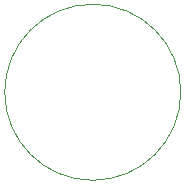
<source format=gm1>
G04 #@! TF.GenerationSoftware,KiCad,Pcbnew,8.0.6*
G04 #@! TF.CreationDate,2025-07-17T13:08:24-05:00*
G04 #@! TF.ProjectId,DetectorAcc,44657465-6374-46f7-9241-63632e6b6963,rev?*
G04 #@! TF.SameCoordinates,Original*
G04 #@! TF.FileFunction,Profile,NP*
%FSLAX46Y46*%
G04 Gerber Fmt 4.6, Leading zero omitted, Abs format (unit mm)*
G04 Created by KiCad (PCBNEW 8.0.6) date 2025-07-17 13:08:24*
%MOMM*%
%LPD*%
G01*
G04 APERTURE LIST*
G04 #@! TA.AperFunction,Profile*
%ADD10C,0.050000*%
G04 #@! TD*
G04 APERTURE END LIST*
D10*
X143500001Y-79500000D02*
G75*
G02*
X128590105Y-79500000I-7454948J0D01*
G01*
X128590105Y-79500000D02*
G75*
G02*
X143500001Y-79500000I7454948J0D01*
G01*
M02*

</source>
